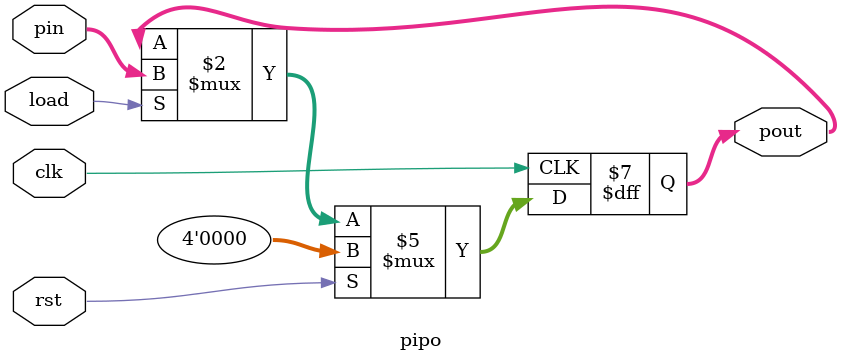
<source format=v>
module pipo(input clk,load,rst, input [3:0] pin, output reg [3:0] pout);
always @(posedge clk) begin
	if (rst) begin
		pout<=4'b0000;
	end
	else if (load) begin
		pout<=pin;
	end
end
endmodule

</source>
